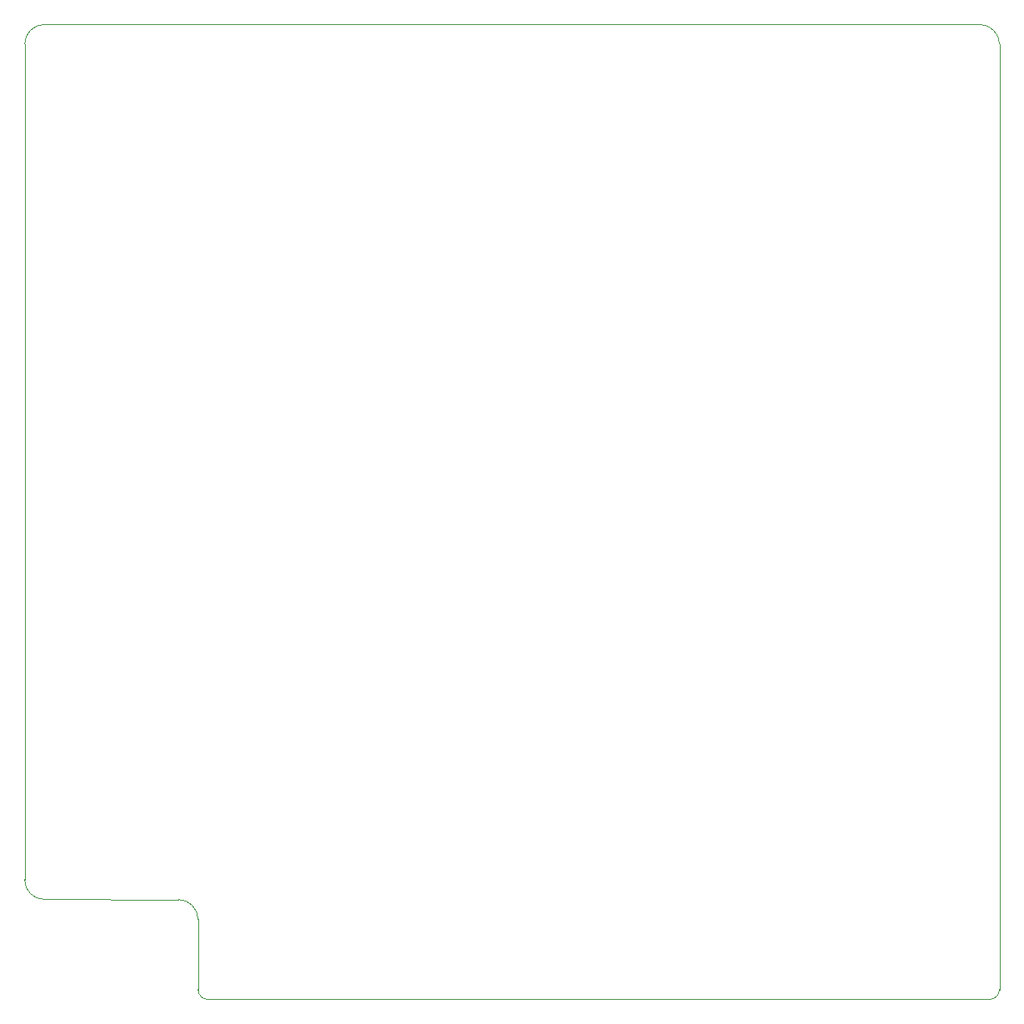
<source format=gm1>
%TF.GenerationSoftware,KiCad,Pcbnew,9.0.5-1.fc42*%
%TF.CreationDate,2025-11-09T16:45:20+08:00*%
%TF.ProjectId,XTra-RAM,58547261-2d52-4414-9d2e-6b696361645f,rev?*%
%TF.SameCoordinates,Original*%
%TF.FileFunction,Profile,NP*%
%FSLAX46Y46*%
G04 Gerber Fmt 4.6, Leading zero omitted, Abs format (unit mm)*
G04 Created by KiCad (PCBNEW 9.0.5-1.fc42) date 2025-11-09 16:45:20*
%MOMM*%
%LPD*%
G01*
G04 APERTURE LIST*
%TA.AperFunction,Profile*%
%ADD10C,0.050000*%
%TD*%
G04 APERTURE END LIST*
D10*
X117218766Y-139716711D02*
G75*
G02*
X119216690Y-141716709I-2166J-2000089D01*
G01*
X120216626Y-149860000D02*
G75*
G02*
X119216600Y-148860000I-26J1000000D01*
G01*
X198660000Y-50800000D02*
G75*
G02*
X200660000Y-52800000I0J-2000000D01*
G01*
X119216626Y-141716709D02*
X119216626Y-148860000D01*
X198660000Y-50800000D02*
X103600000Y-50800000D01*
X117218766Y-139716711D02*
X103597860Y-139702138D01*
X200660000Y-148860000D02*
G75*
G02*
X199660000Y-149860000I-1000000J0D01*
G01*
X103597860Y-139702138D02*
G75*
G02*
X101599961Y-137702139I2140J2000038D01*
G01*
X200660000Y-148860000D02*
X200660000Y-52800000D01*
X101600000Y-52800000D02*
X101600000Y-137702139D01*
X101600000Y-52800000D02*
G75*
G02*
X103600000Y-50800000I2000000J0D01*
G01*
X120216626Y-149860000D02*
X199660000Y-149860000D01*
M02*

</source>
